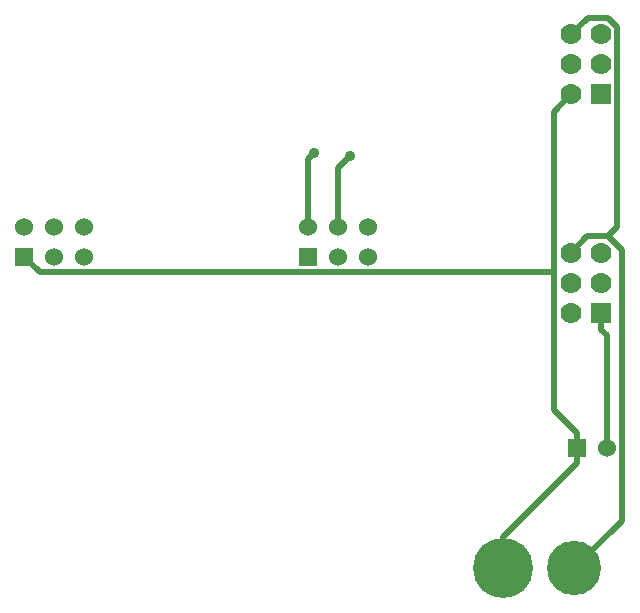
<source format=gbl>
G04 (created by PCBNEW (2013-mar-13)-testing) date Tue 12 Nov 2013 05:41:53 PM PST*
%MOIN*%
G04 Gerber Fmt 3.4, Leading zero omitted, Abs format*
%FSLAX34Y34*%
G01*
G70*
G90*
G04 APERTURE LIST*
%ADD10C,0.005906*%
%ADD11C,0.200000*%
%ADD12C,0.181100*%
%ADD13R,0.060000X0.060000*%
%ADD14C,0.060000*%
%ADD15R,0.070000X0.070000*%
%ADD16C,0.070000*%
%ADD17C,0.035000*%
%ADD18C,0.020000*%
G04 APERTURE END LIST*
G54D10*
G54D11*
X37800Y-38450D03*
G54D12*
X40162Y-38450D03*
G54D13*
X21834Y-28059D03*
G54D14*
X21834Y-27059D03*
X22834Y-28059D03*
X22834Y-27059D03*
X23834Y-28059D03*
X23834Y-27059D03*
G54D13*
X31283Y-28059D03*
G54D14*
X31283Y-27059D03*
X32283Y-28059D03*
X32283Y-27059D03*
X33283Y-28059D03*
X33283Y-27059D03*
G54D15*
X41051Y-22653D03*
G54D16*
X40051Y-22653D03*
X41051Y-21653D03*
X40051Y-21653D03*
X41051Y-20653D03*
X40051Y-20653D03*
G54D13*
X40248Y-34448D03*
G54D14*
X41248Y-34448D03*
G54D15*
X41051Y-29937D03*
G54D16*
X40051Y-29937D03*
X41051Y-28937D03*
X40051Y-28937D03*
X41051Y-27937D03*
X40051Y-27937D03*
G54D17*
X31496Y-24606D03*
X32677Y-24704D03*
G54D18*
X37800Y-37396D02*
X37800Y-38450D01*
X40248Y-34948D02*
X37800Y-37396D01*
X40248Y-34448D02*
X40248Y-34948D01*
X40248Y-34448D02*
X40248Y-33948D01*
X22347Y-28572D02*
X21834Y-28059D01*
X39479Y-28572D02*
X22347Y-28572D01*
X39479Y-23224D02*
X39479Y-28572D01*
X40051Y-22653D02*
X39479Y-23224D01*
X39479Y-33180D02*
X40248Y-33948D01*
X39479Y-28572D02*
X39479Y-33180D01*
X31283Y-24818D02*
X31283Y-27059D01*
X31496Y-24606D02*
X31283Y-24818D01*
X32283Y-27059D02*
X32283Y-25098D01*
X32283Y-25098D02*
X32677Y-24704D01*
X41601Y-27072D02*
X41294Y-27380D01*
X41601Y-20387D02*
X41601Y-27072D01*
X41307Y-20093D02*
X41601Y-20387D01*
X40611Y-20093D02*
X41307Y-20093D01*
X40051Y-20653D02*
X40611Y-20093D01*
X40608Y-27380D02*
X41294Y-27380D01*
X40051Y-27937D02*
X40608Y-27380D01*
X41756Y-36855D02*
X40162Y-38450D01*
X41756Y-27841D02*
X41756Y-36855D01*
X41294Y-27380D02*
X41756Y-27841D01*
X41248Y-30683D02*
X41051Y-30487D01*
X41248Y-34448D02*
X41248Y-30683D01*
X41051Y-29937D02*
X41051Y-30487D01*
M02*

</source>
